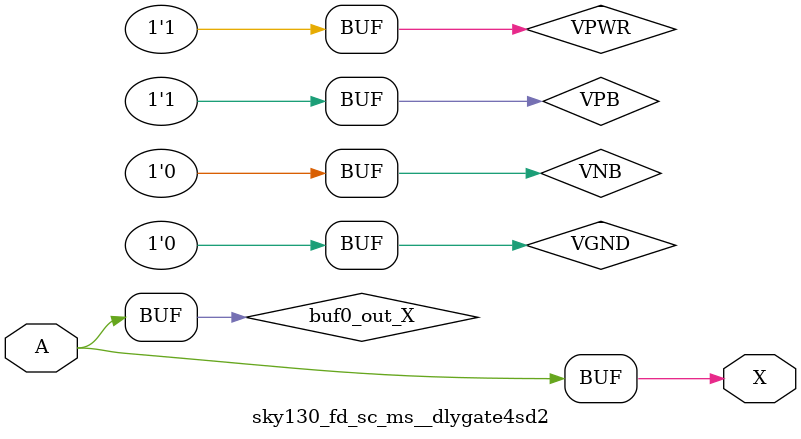
<source format=v>
/*
 * Copyright 2020 The SkyWater PDK Authors
 *
 * Licensed under the Apache License, Version 2.0 (the "License");
 * you may not use this file except in compliance with the License.
 * You may obtain a copy of the License at
 *
 *     https://www.apache.org/licenses/LICENSE-2.0
 *
 * Unless required by applicable law or agreed to in writing, software
 * distributed under the License is distributed on an "AS IS" BASIS,
 * WITHOUT WARRANTIES OR CONDITIONS OF ANY KIND, either express or implied.
 * See the License for the specific language governing permissions and
 * limitations under the License.
 *
 * SPDX-License-Identifier: Apache-2.0
*/


`ifndef SKY130_FD_SC_MS__DLYGATE4SD2_BEHAVIORAL_V
`define SKY130_FD_SC_MS__DLYGATE4SD2_BEHAVIORAL_V

/**
 * dlygate4sd2: Delay Buffer 4-stage 0.18um length inner stage gates.
 *
 * Verilog simulation functional model.
 */

`timescale 1ns / 1ps
`default_nettype none

`celldefine
module sky130_fd_sc_ms__dlygate4sd2 (
    X,
    A
);

    // Module ports
    output X;
    input  A;

    // Module supplies
    supply1 VPWR;
    supply0 VGND;
    supply1 VPB ;
    supply0 VNB ;

    // Local signals
    wire buf0_out_X;

    //  Name  Output      Other arguments
    buf buf0 (buf0_out_X, A              );
    buf buf1 (X         , buf0_out_X     );

endmodule
`endcelldefine

`default_nettype wire
`endif  // SKY130_FD_SC_MS__DLYGATE4SD2_BEHAVIORAL_V
</source>
